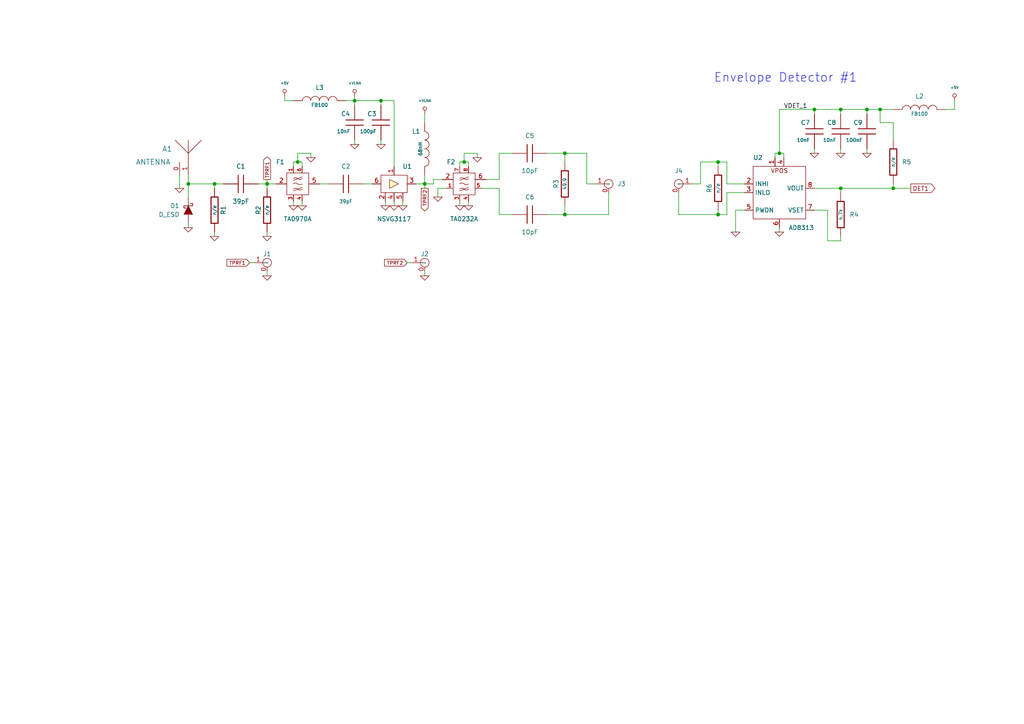
<source format=kicad_sch>
(kicad_sch (version 20230121) (generator eeschema)
  (paper "A4")
  (title_block (title "Cowloc ADS-B (IN) receiver") (date "2024-03-04") (rev "1") (company "Agilack") (comment 1 "License: CC-by-SA"))
  (lib_symbols
    (symbol "cowloc-adsb-i:+5V" (power) (pin_names (offset 0))
      (property "Value" "+5V" (at 0 2.794 0))
      (symbol "+5V_0_0"
        (pin power_in line (at 0 0 90) (length 0) hide (name "+5V") (number "1"))
      )
      (symbol "+5V_0_1"
        (polyline (pts (xy 0 0) (xy 0 1.016) (xy 0 1.016)))
        (circle (center 0 1.524) (radius 0.508))
      )
    )
    (symbol "cowloc-adsb-i:+VLNA" (power) (pin_names (offset 0))
      (property "Value" "+VLNA" (at 0 2.794 0))
      (symbol "+VLNA_0_0"
        (pin power_in line (at 0 0 90) (length 0) hide (name "+VLNA") (number "1"))
      )
      (symbol "+VLNA_0_1"
        (polyline (pts (xy 0 0) (xy 0 1.016) (xy 0 1.016)))
        (circle (center 0 1.524) (radius 0.508))
      )
    )
    (symbol "cowloc-adsb-i:AD8313"
      (property "Reference" "U" (at 6.35 8.89 0))
      (symbol "AD8313_0_1"
        (rectangle (start -7.62 7.62) (end 7.62 -7.62))
        (text "VPOS" (at 0 6.35 0) (effects (font (size 1.27 1.27))))
      )
      (symbol "AD8313_1_1"
        (pin power_in line (at -1.27 10.16 270) (length 2.54) (name "~") (number "1"))
        (pin input line (at -10.16 2.54 0) (length 2.54) (name "INHI") (number "2"))
        (pin input line (at -10.16 0 0) (length 2.54) (name "INLO") (number "3"))
        (pin power_in line (at 1.27 10.16 270) (length 2.54) (name "~") (number "4"))
        (pin input line (at -10.16 -5.08 0) (length 2.54) (name "PWDN") (number "5"))
        (pin power_in line (at 0 -10.16 90) (length 2.54) (name "~") (number "6"))
        (pin input line (at 10.16 -5.08 180) (length 2.54) (name "VSET") (number "7"))
        (pin output line (at 10.16 1.27 180) (length 2.54) (name "VOUT") (number "8"))
      )
    )
    (symbol "cowloc-adsb-i:ANTENNA" (pin_names (offset 1.016))
      (property "Reference" "A" (at 2.54 3.81 0))
      (property "Value" "ANTENNA" (at 0 11.43 0))
      (symbol "ANTENNA_0_1"
        (polyline (pts (xy 0 6.35) (xy 0 10.16)))
        (polyline (pts (xy 0 6.35) (xy 3.81 10.16)))
        (polyline (pts (xy 0 3.81) (xy 0 6.35) (xy 0 6.35)))
        (polyline (pts (xy 0 6.35) (xy -3.81 10.16) (xy -3.81 10.16)))
      )
      (symbol "ANTENNA_1_1"
        (pin input line (at -2.54 0 90) (length 3.81) (name "~") (number "0"))
        (pin input line (at 0 0 90) (length 3.81) (name "~") (number "1"))
      )
    )
    (symbol "cowloc-adsb-i:C" (pin_numbers hide) (pin_names (offset 0.254))
      (property "Reference" "C" (at 1.27 2.54 0))
      (property "Value" "C" (at 1.27 -2.54 0))
      (symbol "C_0_1"
        (polyline (pts (xy -2.54 -0.762) (xy 2.54 -0.762)) (stroke (width 0.254)))
        (polyline (pts (xy -2.54 0.762) (xy 2.54 0.762)) (stroke (width 0.254)))
      )
      (symbol "C_1_1"
        (pin passive line (at 0 5.08 270) (length 4.318) (name "~") (number "1"))
        (pin passive line (at 0 -5.08 90) (length 4.318) (name "~") (number "2"))
      )
    )
    (symbol "cowloc-adsb-i:CONN_RF"
      (property "Reference" "J" (at 0 2.54 0))
      (symbol "CONN_RF_0_1"
        (polyline (pts (xy 0 0) (xy -1.27 0)))
        (circle (center 0 0) (radius 1.27))
      )
      (symbol "CONN_RF_1_1"
        (pin passive line (at 0 -2.54 90) (length 1.27) (name "~") (number "0"))
        (pin passive line (at -3.81 0 0) (length 2.54) (name "~") (number "1"))
      )
    )
    (symbol "cowloc-adsb-i:D_ESD" (pin_numbers hide) (pin_names (offset 1.016) hide)
      (property "Reference" "D" (at 0 2.54 0))
      (property "Value" "D_ESD" (at 0 -2.54 0))
      (symbol "D_ESD_0_1"
        (polyline (pts (xy 1.27 1.27) (xy -1.27 0) (xy 1.27 -1.27)) (fill (type outline)))
        (polyline (pts (xy -1.905 0.635) (xy -1.905 1.27) (xy -1.27 1.27) (xy -1.27 -1.27) (xy -0.635 -1.27) (xy -0.635 -0.635)) (stroke (width 0.2032)))
      )
      (symbol "D_ESD_1_1"
        (pin passive line (at 3.81 0 180) (length 2.54) (name "A") (number "1"))
        (pin passive line (at -3.81 0 0) (length 2.54) (name "K") (number "2"))
      )
    )
    (symbol "cowloc-adsb-i:GND" (power) (pin_names (offset 0))
      (symbol "GND_0_1"
        (polyline (pts (xy -1.27 0) (xy 0 -1.27) (xy 1.27 0) (xy -1.27 0)))
      )
      (symbol "GND_1_1"
        (pin power_in line (at 0 0 90) (length 0) hide (name "GND") (number "1"))
      )
    )
    (symbol "cowloc-adsb-i:INDUCTOR" (pin_numbers hide) (pin_names (offset 1.016) hide)
      (property "Reference" "L" (at -1.27 0 90))
      (property "Value" "INDUCTOR" (at 2.54 0 90))
      (symbol "INDUCTOR_0_1"
        (arc (start 0.0254 -5.0546) (mid 1.245 -3.7973) (end 0.0254 -2.54))
        (arc (start 0.0254 -2.5146) (mid 1.2704 -1.2319) (end 0.0254 0.0508))
        (arc (start 0.0254 0.0254) (mid 1.2704 1.3081) (end 0.0254 2.5908))
        (arc (start 0.0254 2.5654) (mid 1.1942 3.7719) (end 0.0254 4.9784))
      )
      (symbol "INDUCTOR_1_1"
        (pin passive line (at 0 7.62 270) (length 2.54) (name "1") (number "1"))
        (pin passive line (at 0 -7.62 90) (length 2.54) (name "2") (number "2"))
      )
    )
    (symbol "cowloc-adsb-i:NSVG3117"
      (property "Reference" "U" (at 3.81 5.08 0))
      (symbol "NSVG3117_0_1"
        (rectangle (start -3.81 2.54) (end 3.81 -2.54))
        (polyline (pts (xy -1.27 -1.27) (xy -1.27 1.27) (xy 1.27 0) (xy -1.27 -1.27)) (fill (type background)))
      )
      (symbol "NSVG3117_1_1"
        (pin power_in line (at 0 5.08 270) (length 2.54) (name "~") (number "1"))
        (pin power_in line (at -2.54 -5.08 90) (length 2.54) (name "~") (number "2"))
        (pin output line (at 6.35 0 180) (length 2.54) (name "~") (number "3"))
        (pin power_in line (at 0 -5.08 90) (length 2.54) (name "~") (number "4"))
        (pin power_in line (at 2.54 -5.08 90) (length 2.54) (name "~") (number "5"))
        (pin input line (at -6.35 0 0) (length 2.54) (name "~") (number "6"))
      )
    )
    (symbol "cowloc-adsb-i:R" (pin_numbers hide) (pin_names (offset 0))
      (property "Reference" "R" (at 2.032 0 90))
      (property "Value" "R" (at 0 0 90))
      (symbol "R_0_1"
        (rectangle (start -1.016 3.81) (end 1.016 -3.81) (stroke (width 0.3048)))
      )
      (symbol "R_1_1"
        (pin passive line (at 0 6.35 270) (length 2.54) (name "~") (number "1"))
        (pin passive line (at 0 -6.35 90) (length 2.54) (name "~") (number "2"))
      )
    )
    (symbol "cowloc-adsb-i:SAW_sym"
      (property "Reference" "F" (at 3.81 5.08 0))
      (property "Value" "SAW_sym" (at 0 0 0))
      (symbol "SAW_sym_0_1"
        (rectangle (start -3.175 3.175) (end 3.175 -3.175))
        (arc (start 0 -1.524) (mid -0.635 -1.261) (end -1.27 -1.524))
        (arc (start 0 -1.524) (mid 0.635 -1.787) (end 1.27 -1.524))
        (arc (start 0 0) (mid -0.635 0.263) (end -1.27 0))
        (polyline (pts (xy -1.27 -2.032) (xy 1.27 -1.016)))
        (polyline (pts (xy -1.27 1.016) (xy 1.27 2.032)))
        (arc (start 0 0) (mid 0.635 -0.263) (end 1.27 0))
        (arc (start 0 1.524) (mid -0.635 1.787) (end -1.27 1.524))
        (arc (start 0 1.524) (mid 0.635 1.261) (end 1.27 1.524))
      )
      (symbol "SAW_sym_1_1"
        (pin passive line (at -5.08 -1.27 0) (length 1.905) (name "~") (number "1"))
        (pin input line (at -6.35 1.27 0) (length 3.175) (name "~") (number "2"))
        (pin passive line (at -1.27 -5.08 90) (length 1.905) (name "~") (number "3"))
        (pin passive line (at 1.27 -5.08 90) (length 1.905) (name "~") (number "4"))
        (pin passive line (at 5.08 -1.27 180) (length 1.905) (name "~") (number "5"))
        (pin output line (at 6.35 1.27 180) (length 3.175) (name "~") (number "6"))
        (pin passive line (at -1.27 5.08 270) (length 1.905) (name "~") (number "7"))
        (pin passive line (at 1.27 5.08 270) (length 1.905) (name "~") (number "8"))
      )
    )
    (symbol "cowloc-adsb-i:SAW_unsym"
      (property "Reference" "F" (at 3.81 5.08 0))
      (property "Value" "SAW_unsym" (at 8.89 -5.08 0))
      (symbol "SAW_unsym_0_1"
        (rectangle (start -3.175 3.175) (end 3.175 -3.175))
        (arc (start 0 -1.524) (mid -0.635 -1.261) (end -1.27 -1.524))
        (arc (start 0 -1.524) (mid 0.635 -1.787) (end 1.27 -1.524))
        (arc (start 0 0) (mid -0.635 0.263) (end -1.27 0))
        (polyline (pts (xy -1.27 -2.032) (xy 1.27 -1.016)))
        (polyline (pts (xy -1.27 1.016) (xy 1.27 2.032)))
        (arc (start 0 0) (mid 0.635 -0.263) (end 1.27 0))
        (arc (start 0 1.524) (mid -0.635 1.787) (end -1.27 1.524))
        (arc (start 0 1.524) (mid 0.635 1.261) (end 1.27 1.524))
      )
      (symbol "SAW_unsym_1_1"
        (pin passive line (at -1.27 5.08 270) (length 1.905) (name "~") (number "1"))
        (pin input line (at -6.35 0 0) (length 3.175) (name "~") (number "2"))
        (pin passive line (at -1.27 -5.08 90) (length 1.905) (name "~") (number "3"))
        (pin passive line (at 1.27 -5.08 90) (length 1.905) (name "~") (number "4"))
        (pin output line (at 6.35 0 180) (length 3.175) (name "~") (number "5"))
        (pin passive line (at 1.27 5.08 270) (length 1.905) (name "~") (number "6"))
      )
    )
  )
  (junction (at 259.08 54.61))
  (junction (at 62.23 53.34))
  (junction (at 110.49 29.21))
  (junction (at 243.84 54.61))
  (junction (at 251.46 31.75))
  (junction (at 236.22 31.75))
  (junction (at 243.84 31.75))
  (junction (at 208.28 46.99))
  (junction (at 208.28 62.23))
  (junction (at 86.36 46.99))
  (junction (at 163.83 62.23))
  (junction (at 54.61 53.34))
  (junction (at 102.87 29.21))
  (junction (at 255.27 31.75))
  (junction (at 77.47 53.34))
  (junction (at 123.19 53.34))
  (junction (at 226.06 44.45))
  (junction (at 163.83 44.45))
  (junction (at 134.62 46.99))
  (wire (pts (xy 139.7 54.61) (xy 144.78 54.61)))
  (wire (pts (xy 196.85 62.23) (xy 208.28 62.23)))
  (wire (pts (xy 236.22 31.75) (xy 236.22 33.02)))
  (wire (pts (xy 236.22 54.61) (xy 243.84 54.61)))
  (wire (pts (xy 276.86 29.21) (xy 276.86 31.75)))
  (wire (pts (xy 208.28 46.99) (xy 210.82 46.99)))
  (wire (pts (xy 243.84 31.75) (xy 243.84 33.02)))
  (wire (pts (xy 144.78 54.61) (xy 144.78 62.23)))
  (wire (pts (xy 255.27 31.75) (xy 259.08 31.75)))
  (wire (pts (xy 114.3 29.21) (xy 114.3 48.26)))
  (wire (pts (xy 172.72 53.34) (xy 170.18 53.34)))
  (wire (pts (xy 82.55 27.94) (xy 82.55 29.21)))
  (wire (pts (xy 123.19 53.34) (xy 123.19 50.8)))
  (wire (pts (xy 251.46 43.18) (xy 251.46 44.45)))
  (wire (pts (xy 226.06 66.04) (xy 226.06 67.31)))
  (wire (pts (xy 90.17 45.72) (xy 90.17 44.45)))
  (wire (pts (xy 200.66 53.34) (xy 203.2 53.34)))
  (wire (pts (xy 102.87 40.64) (xy 102.87 41.91)))
  (wire (pts (xy 134.62 46.99) (xy 133.35 46.99)))
  (wire (pts (xy 135.89 48.26) (xy 135.89 46.99)))
  (wire (pts (xy 118.11 76.2) (xy 119.38 76.2)))
  (wire (pts (xy 224.79 44.45) (xy 226.06 44.45)))
  (wire (pts (xy 203.2 46.99) (xy 208.28 46.99)))
  (wire (pts (xy 123.19 53.34) (xy 125.73 53.34)))
  (wire (pts (xy 196.85 55.88) (xy 196.85 62.23)))
  (wire (pts (xy 251.46 31.75) (xy 255.27 31.75)))
  (wire (pts (xy 85.09 58.42) (xy 85.09 59.69)))
  (wire (pts (xy 226.06 44.45) (xy 227.33 44.45)))
  (wire (pts (xy 133.35 58.42) (xy 133.35 59.69)))
  (wire (pts (xy 240.03 69.85) (xy 243.84 69.85)))
  (wire (pts (xy 210.82 46.99) (xy 210.82 53.34)))
  (wire (pts (xy 120.65 53.34) (xy 123.19 53.34)))
  (wire (pts (xy 276.86 31.75) (xy 274.32 31.75)))
  (wire (pts (xy 134.62 44.45) (xy 134.62 46.99)))
  (wire (pts (xy 52.07 50.8) (xy 52.07 54.61)))
  (wire (pts (xy 226.06 31.75) (xy 236.22 31.75)))
  (wire (pts (xy 105.41 53.34) (xy 107.95 53.34)))
  (wire (pts (xy 210.82 53.34) (xy 215.9 53.34)))
  (wire (pts (xy 114.3 29.21) (xy 110.49 29.21)))
  (wire (pts (xy 176.53 62.23) (xy 176.53 55.88)))
  (wire (pts (xy 102.87 29.21) (xy 102.87 30.48)))
  (wire (pts (xy 259.08 54.61) (xy 259.08 53.34)))
  (wire (pts (xy 110.49 29.21) (xy 110.49 30.48)))
  (wire (pts (xy 170.18 53.34) (xy 170.18 44.45)))
  (wire (pts (xy 54.61 64.77) (xy 54.61 66.04)))
  (wire (pts (xy 116.84 58.42) (xy 116.84 59.69)))
  (wire (pts (xy 74.93 53.34) (xy 77.47 53.34)))
  (wire (pts (xy 86.36 46.99) (xy 85.09 46.99)))
  (wire (pts (xy 127 57.15) (xy 127 54.61)))
  (wire (pts (xy 135.89 58.42) (xy 135.89 59.69)))
  (wire (pts (xy 243.84 31.75) (xy 251.46 31.75)))
  (wire (pts (xy 210.82 62.23) (xy 208.28 62.23)))
  (wire (pts (xy 203.2 53.34) (xy 203.2 46.99)))
  (wire (pts (xy 62.23 53.34) (xy 62.23 54.61)))
  (wire (pts (xy 62.23 67.31) (xy 62.23 68.58)))
  (wire (pts (xy 125.73 52.07) (xy 128.27 52.07)))
  (wire (pts (xy 62.23 53.34) (xy 64.77 53.34)))
  (wire (pts (xy 127 54.61) (xy 129.54 54.61)))
  (wire (pts (xy 138.43 44.45) (xy 134.62 44.45)))
  (wire (pts (xy 158.75 62.23) (xy 163.83 62.23)))
  (wire (pts (xy 138.43 45.72) (xy 138.43 44.45)))
  (wire (pts (xy 208.28 48.26) (xy 208.28 46.99)))
  (wire (pts (xy 90.17 44.45) (xy 86.36 44.45)))
  (wire (pts (xy 236.22 31.75) (xy 243.84 31.75)))
  (wire (pts (xy 77.47 78.74) (xy 77.47 80.01)))
  (wire (pts (xy 110.49 40.64) (xy 110.49 41.91)))
  (wire (pts (xy 227.33 44.45) (xy 227.33 45.72)))
  (wire (pts (xy 236.22 60.96) (xy 240.03 60.96)))
  (wire (pts (xy 123.19 33.02) (xy 123.19 35.56)))
  (wire (pts (xy 163.83 44.45) (xy 163.83 46.99)))
  (wire (pts (xy 213.36 60.96) (xy 213.36 67.31)))
  (wire (pts (xy 82.55 29.21) (xy 85.09 29.21)))
  (wire (pts (xy 240.03 60.96) (xy 240.03 69.85)))
  (wire (pts (xy 77.47 67.31) (xy 77.47 68.58)))
  (wire (pts (xy 87.63 48.26) (xy 87.63 46.99)))
  (wire (pts (xy 77.47 53.34) (xy 80.01 53.34)))
  (wire (pts (xy 170.18 44.45) (xy 163.83 44.45)))
  (wire (pts (xy 86.36 46.99) (xy 87.63 46.99)))
  (wire (pts (xy 144.78 44.45) (xy 144.78 52.07)))
  (wire (pts (xy 125.73 53.34) (xy 125.73 52.07)))
  (wire (pts (xy 77.47 53.34) (xy 77.47 54.61)))
  (wire (pts (xy 255.27 31.75) (xy 255.27 35.56)))
  (wire (pts (xy 134.62 46.99) (xy 135.89 46.99)))
  (wire (pts (xy 144.78 62.23) (xy 148.59 62.23)))
  (wire (pts (xy 102.87 27.94) (xy 102.87 29.21)))
  (wire (pts (xy 92.71 53.34) (xy 95.25 53.34)))
  (wire (pts (xy 243.84 54.61) (xy 243.84 55.88)))
  (wire (pts (xy 85.09 46.99) (xy 85.09 48.26)))
  (wire (pts (xy 110.49 29.21) (xy 102.87 29.21)))
  (wire (pts (xy 251.46 33.02) (xy 251.46 31.75)))
  (wire (pts (xy 255.27 35.56) (xy 259.08 35.56)))
  (wire (pts (xy 224.79 45.72) (xy 224.79 44.45)))
  (wire (pts (xy 77.47 52.07) (xy 77.47 53.34)))
  (wire (pts (xy 243.84 69.85) (xy 243.84 68.58)))
  (wire (pts (xy 123.19 78.74) (xy 123.19 80.01)))
  (wire (pts (xy 259.08 35.56) (xy 259.08 40.64)))
  (wire (pts (xy 243.84 54.61) (xy 259.08 54.61)))
  (wire (pts (xy 54.61 50.8) (xy 54.61 53.34)))
  (wire (pts (xy 72.39 76.2) (xy 73.66 76.2)))
  (wire (pts (xy 158.75 44.45) (xy 163.83 44.45)))
  (wire (pts (xy 163.83 62.23) (xy 176.53 62.23)))
  (wire (pts (xy 54.61 53.34) (xy 62.23 53.34)))
  (wire (pts (xy 123.19 53.34) (xy 123.19 54.61)))
  (wire (pts (xy 208.28 62.23) (xy 208.28 60.96)))
  (wire (pts (xy 226.06 44.45) (xy 226.06 31.75)))
  (wire (pts (xy 133.35 46.99) (xy 133.35 48.26)))
  (wire (pts (xy 140.97 52.07) (xy 144.78 52.07)))
  (wire (pts (xy 87.63 58.42) (xy 87.63 59.69)))
  (wire (pts (xy 86.36 44.45) (xy 86.36 46.99)))
  (wire (pts (xy 243.84 43.18) (xy 243.84 44.45)))
  (wire (pts (xy 210.82 55.88) (xy 210.82 62.23)))
  (wire (pts (xy 163.83 62.23) (xy 163.83 59.69)))
  (wire (pts (xy 144.78 44.45) (xy 148.59 44.45)))
  (wire (pts (xy 54.61 53.34) (xy 54.61 57.15)))
  (wire (pts (xy 114.3 58.42) (xy 114.3 59.69)))
  (wire (pts (xy 215.9 55.88) (xy 210.82 55.88)))
  (wire (pts (xy 111.76 58.42) (xy 111.76 59.69)))
  (wire (pts (xy 236.22 43.18) (xy 236.22 44.45)))
  (wire (pts (xy 259.08 54.61) (xy 264.16 54.61)))
  (wire (pts (xy 213.36 60.96) (xy 215.9 60.96)))
  (wire (pts (xy 100.33 29.21) (xy 102.87 29.21)))
  (text "Envelope Detector #1" (at 207.01 24.13 0) (effects (font (size 2.54 2.54)) (justify left bottom)))
  (label "VDET_1" (at 227.33 31.75 0))
  (global_label "TPRF1" (shape output) (at 77.47 52.07 90) (effects (font (size 1.016 1.016))) (property "Intersheetrefs" "${INTERSHEET_REFS}" (effects hide)))
  (global_label "TPRF1" (shape input) (at 72.39 76.2 180) (effects (font (size 1.016 1.016))) (property "Intersheetrefs" "${INTERSHEET_REFS}" (effects hide)))
  (global_label "DET1" (shape output) (at 264.16 54.61 0) (property "Intersheetrefs" "${INTERSHEET_REFS}" (effects hide)))
  (global_label "TPRF2" (shape output) (at 123.19 54.61 270) (effects (font (size 1.016 1.016))) (property "Intersheetrefs" "${INTERSHEET_REFS}" (effects hide)))
  (global_label "TPRF2" (shape input) (at 118.11 76.2 180) (effects (font (size 1.016 1.016))) (property "Intersheetrefs" "${INTERSHEET_REFS}" (effects hide)))
  (symbol (lib_id "cowloc-adsb-i:GND") (at 138.43 45.72 0) (unit 1)
    (property "Reference" "#PWR04" (effects hide))
    (property "Value" "GND" (effects hide))
  )
  (symbol (lib_id "cowloc-adsb-i:R") (at 77.47 60.96 0) (unit 1)
    (property "Reference" "R2" (at 74.93 60.96 90))
    (property "Value" "n/e" (at 77.47 60.96 90) (effects (font (size 1.016 1.016))))
    (property "Footprint" "cowloc-adsb-i:SMD0603" (effects hide))
  )
  (symbol (lib_id "cowloc-adsb-i:C") (at 251.46 38.1 0) (unit 1)
    (property "Reference" "C9" (at 250.19 35.56 0) (effects (justify right)))
    (property "Value" "100nF" (at 250.19 40.64 0) (effects (font (size 1.016 1.016)) (justify right)))
    (property "Footprint" "cowloc-adsb-i:SMD0603" (effects hide))
  )
  (symbol (lib_id "cowloc-adsb-i:INDUCTOR") (at 123.19 43.18 0) (unit 1)
    (property "Reference" "L1" (at 121.92 38.1 0) (effects (justify right)))
    (property "Value" "68nH" (at 121.92 43.18 90) (effects (font (size 1.016 1.016))))
    (property "Footprint" "cowloc-adsb-i:SMD0805" (effects hide))
  )
  (symbol (lib_id "cowloc-adsb-i:INDUCTOR") (at 266.7 31.75 90) (unit 1)
    (property "Reference" "L2" (at 266.7 27.94 90))
    (property "Value" "FB100" (at 266.7 33.02 90) (effects (font (size 1.016 1.016))))
    (property "Footprint" "cowloc-adsb-i:SMD0603" (effects hide))
  )
  (symbol (lib_id "cowloc-adsb-i:GND") (at 116.84 59.69 0) (unit 1)
    (property "Reference" "#PWR013" (effects hide))
    (property "Value" "GND" (effects hide))
  )
  (symbol (lib_id "cowloc-adsb-i:CONN_RF") (at 77.47 76.2 0) (unit 1)
    (property "Reference" "J1" (at 77.47 73.66 0))
    (property "Value" "~" (at 77.47 76.2 0))
    (property "Footprint" "cowloc-adsb-i:CONN_UFL-R-SMT-1" (effects hide))
  )
  (symbol (lib_id "cowloc-adsb-i:R") (at 163.83 53.34 0) (unit 1)
    (property "Reference" "R3" (at 161.29 53.34 90))
    (property "Value" "49.9" (at 163.83 53.34 90) (effects (font (size 1.016 1.016))))
    (property "Footprint" "cowloc-adsb-i:SMD0603" (effects hide))
  )
  (symbol (lib_id "cowloc-adsb-i:CONN_RF") (at 176.53 53.34 0) (unit 1)
    (property "Reference" "J3" (at 179.07 53.34 0) (effects (justify left)))
    (property "Value" "~" (at 176.53 53.34 0))
    (property "Footprint" "cowloc-adsb-i:CONN_UFL-R-SMT-1" (effects hide))
  )
  (symbol (lib_id "cowloc-adsb-i:GND") (at 135.89 59.69 0) (unit 1)
    (property "Reference" "#PWR03" (effects hide))
    (property "Value" "GND" (effects hide))
  )
  (symbol (lib_id "cowloc-adsb-i:GND") (at 77.47 80.01 0) (unit 1)
    (property "Reference" "#PWR019" (effects hide))
    (property "Value" "GND" (effects hide))
  )
  (symbol (lib_id "cowloc-adsb-i:SAW_sym") (at 134.62 53.34 0) (unit 1)
    (property "Reference" "F2" (at 130.81 46.99 0))
    (property "Value" "TA0232A" (at 134.62 63.5 0))
    (property "Footprint" "cowloc-adsb-i:FLT_3x8" (effects hide))
  )
  (symbol (lib_id "cowloc-adsb-i:C") (at 236.22 38.1 0) (unit 1)
    (property "Reference" "C7" (at 234.95 35.56 0) (effects (justify right)))
    (property "Value" "10nF" (at 234.95 40.64 0) (effects (font (size 1.016 1.016)) (justify right)))
    (property "Footprint" "cowloc-adsb-i:SMD0603" (effects hide))
  )
  (symbol (lib_id "cowloc-adsb-i:+5V") (at 82.55 27.94 0) (unit 1)
    (property "Reference" "#PWR027" (effects hide))
    (property "Value" "+5V" (at 82.55 24.13 0) (effects (font (size 0.762 0.762))))
  )
  (symbol (lib_id "cowloc-adsb-i:SAW_unsym") (at 86.36 53.34 0) (unit 1)
    (property "Reference" "F1" (at 81.28 46.99 0))
    (property "Value" "TA0970A" (at 86.36 63.5 0))
    (property "Footprint" "cowloc-adsb-i:FLT_6" (effects hide))
  )
  (symbol (lib_id "cowloc-adsb-i:C") (at 100.33 53.34 90) (unit 1)
    (property "Reference" "C2" (at 100.33 48.26 90))
    (property "Value" "39pF" (at 100.33 58.42 90) (effects (font (size 1.016 1.016))))
    (property "Footprint" "cowloc-adsb-i:SMD0603" (effects hide))
  )
  (symbol (lib_id "cowloc-adsb-i:GND") (at 236.22 44.45 0) (unit 1)
    (property "Reference" "#PWR024" (effects hide))
    (property "Value" "GND" (effects hide))
  )
  (symbol (lib_id "cowloc-adsb-i:R") (at 62.23 60.96 0) (unit 1)
    (property "Reference" "R1" (at 64.77 60.96 90))
    (property "Value" "n/e" (at 62.23 60.96 90) (effects (font (size 1.016 1.016))))
    (property "Footprint" "cowloc-adsb-i:SMD0603" (effects hide))
  )
  (symbol (lib_id "cowloc-adsb-i:CONN_RF") (at 196.85 53.34 0) (mirror y) (unit 1)
    (property "Reference" "J4" (at 196.85 49.53 0))
    (property "Value" "~" (at 196.85 53.34 0))
    (property "Footprint" "cowloc-adsb-i:CONN_UFL-R-SMT-1" (effects hide))
  )
  (symbol (lib_id "cowloc-adsb-i:AD8313") (at 226.06 55.88 0) (unit 1)
    (property "Reference" "U2" (at 218.44 45.72 0) (effects (justify left)))
    (property "Value" "AD8313" (at 232.41 66.04 0))
    (property "Footprint" "cowloc-adsb-i:MSOP-8" (effects hide))
  )
  (symbol (lib_id "cowloc-adsb-i:GND") (at 226.06 67.31 0) (unit 1)
    (property "Reference" "#PWR022" (effects hide))
    (property "Value" "GND" (effects hide))
  )
  (symbol (lib_id "cowloc-adsb-i:GND") (at 213.36 67.31 0) (unit 1)
    (property "Reference" "#PWR021" (effects hide))
    (property "Value" "GND" (effects hide))
  )
  (symbol (lib_id "cowloc-adsb-i:R") (at 208.28 54.61 0) (unit 1)
    (property "Reference" "R6" (at 205.74 54.61 90))
    (property "Value" "n/e" (at 208.28 54.61 90) (effects (font (size 1.016 1.016))))
    (property "Footprint" "cowloc-adsb-i:SMD0603" (effects hide))
  )
  (symbol (lib_id "cowloc-adsb-i:GND") (at 123.19 80.01 0) (unit 1)
    (property "Reference" "#PWR020" (effects hide))
    (property "Value" "GND" (effects hide))
  )
  (symbol (lib_id "cowloc-adsb-i:+VLNA") (at 123.19 33.02 0) (unit 1)
    (property "Reference" "#PWR018" (effects hide))
    (property "Value" "+VLNA" (at 123.19 29.21 0) (effects (font (size 0.762 0.762))))
  )
  (symbol (lib_id "cowloc-adsb-i:GND") (at 85.09 59.69 0) (unit 1)
    (property "Reference" "#PWR05" (effects hide))
    (property "Value" "GND" (effects hide))
  )
  (symbol (lib_id "cowloc-adsb-i:C") (at 69.85 53.34 90) (unit 1)
    (property "Reference" "C1" (at 69.85 48.26 90))
    (property "Value" "39pF" (at 69.85 58.42 90))
    (property "Footprint" "cowloc-adsb-i:SMD0603" (effects hide))
  )
  (symbol (lib_id "cowloc-adsb-i:GND") (at 111.76 59.69 0) (unit 1)
    (property "Reference" "#PWR011" (effects hide))
    (property "Value" "GND" (effects hide))
  )
  (symbol (lib_id "cowloc-adsb-i:GND") (at 54.61 66.04 0) (unit 1)
    (property "Reference" "#PWR08" (effects hide))
    (property "Value" "GND" (effects hide))
  )
  (symbol (lib_id "cowloc-adsb-i:ANTENNA") (at 54.61 50.8 0) (unit 1)
    (property "Reference" "A1" (at 46.99 43.18 0) (effects (font (size 1.524 1.524)) (justify left)))
    (property "Value" "ANTENNA" (at 49.53 46.99 0) (effects (font (size 1.524 1.524)) (justify right)))
    (property "Footprint" "cowloc-adsb-i:CONN_SMA_RA" (effects hide))
  )
  (symbol (lib_id "cowloc-adsb-i:GND") (at 87.63 59.69 0) (unit 1)
    (property "Reference" "#PWR06" (effects hide))
    (property "Value" "GND" (effects hide))
  )
  (symbol (lib_id "cowloc-adsb-i:GND") (at 127 57.15 0) (unit 1)
    (property "Reference" "#PWR016" (effects hide))
    (property "Value" "GND" (effects hide))
  )
  (symbol (lib_id "cowloc-adsb-i:C") (at 153.67 62.23 90) (unit 1)
    (property "Reference" "C6" (at 153.67 57.15 90))
    (property "Value" "10pF" (at 153.67 67.31 90))
    (property "Footprint" "cowloc-adsb-i:SMD0603" (effects hide))
  )
  (symbol (lib_id "cowloc-adsb-i:GND") (at 110.49 41.91 0) (unit 1)
    (property "Reference" "#PWR015" (effects hide))
    (property "Value" "GND" (effects hide))
  )
  (symbol (lib_id "cowloc-adsb-i:GND") (at 77.47 68.58 0) (unit 1)
    (property "Reference" "#PWR010" (effects hide))
    (property "Value" "GND" (effects hide))
  )
  (symbol (lib_id "cowloc-adsb-i:C") (at 110.49 35.56 0) (unit 1)
    (property "Reference" "C3" (at 109.22 33.02 0) (effects (justify right)))
    (property "Value" "100pF" (at 109.22 38.1 0) (effects (font (size 1.016 1.016)) (justify right)))
    (property "Footprint" "cowloc-adsb-i:SMD0603" (effects hide))
  )
  (symbol (lib_id "cowloc-adsb-i:C") (at 102.87 35.56 0) (unit 1)
    (property "Reference" "C4" (at 101.6 33.02 0) (effects (justify right)))
    (property "Value" "10nF" (at 101.6 38.1 0) (effects (font (size 1.016 1.016)) (justify right)))
    (property "Footprint" "cowloc-adsb-i:SMD0603" (effects hide))
  )
  (symbol (lib_id "cowloc-adsb-i:D_ESD") (at 54.61 60.96 270) (unit 1)
    (property "Reference" "D1" (at 52.07 59.69 90) (effects (justify right)))
    (property "Value" "D_ESD" (at 52.07 62.23 90) (effects (justify right)))
    (property "Footprint" "cowloc-adsb-i:SOD-123" (effects hide))
    (property "Manufacturer" "Comchip" (effects hide))
    (property "Manuf Ref" "ATV02W5V0B" (effects hide))
  )
  (symbol (lib_id "cowloc-adsb-i:GND") (at 90.17 45.72 0) (unit 1)
    (property "Reference" "#PWR07" (effects hide))
    (property "Value" "GND" (effects hide))
  )
  (symbol (lib_id "cowloc-adsb-i:NSVG3117") (at 114.3 53.34 0) (unit 1)
    (property "Reference" "U1" (at 118.11 48.26 0))
    (property "Value" "NSVG3117" (at 114.3 63.5 0))
    (property "Footprint" "cowloc-adsb-i:SC88" (effects hide))
  )
  (symbol (lib_id "cowloc-adsb-i:+VLNA") (at 102.87 27.94 0) (unit 1)
    (property "Reference" "#PWR014" (effects hide))
    (property "Value" "+VLNA" (at 102.87 24.13 0) (effects (font (size 0.762 0.762))))
  )
  (symbol (lib_id "cowloc-adsb-i:GND") (at 251.46 44.45 0) (unit 1)
    (property "Reference" "#PWR026" (effects hide))
    (property "Value" "GND" (effects hide))
  )
  (symbol (lib_id "cowloc-adsb-i:GND") (at 62.23 68.58 0) (unit 1)
    (property "Reference" "#PWR09" (effects hide))
    (property "Value" "GND" (effects hide))
  )
  (symbol (lib_id "cowloc-adsb-i:C") (at 153.67 44.45 90) (unit 1)
    (property "Reference" "C5" (at 153.67 39.37 90))
    (property "Value" "10pF" (at 153.67 49.53 90))
    (property "Footprint" "cowloc-adsb-i:SMD0603" (effects hide))
  )
  (symbol (lib_id "cowloc-adsb-i:R") (at 259.08 46.99 0) (unit 1)
    (property "Reference" "R5" (at 261.62 46.99 0) (effects (justify left)))
    (property "Value" "n/e" (at 259.08 46.99 90) (effects (font (size 1.016 1.016))))
    (property "Footprint" "cowloc-adsb-i:SMD0603" (effects hide))
  )
  (symbol (lib_id "cowloc-adsb-i:+5V") (at 276.86 29.21 0) (unit 1)
    (property "Reference" "#PWR023" (effects hide))
    (property "Value" "+5V" (at 276.86 25.4 0) (effects (font (size 0.762 0.762))))
  )
  (symbol (lib_id "cowloc-adsb-i:GND") (at 52.07 54.61 0) (unit 1)
    (property "Reference" "#PWR01" (effects hide))
    (property "Value" "GND" (effects hide))
  )
  (symbol (lib_id "cowloc-adsb-i:C") (at 243.84 38.1 0) (unit 1)
    (property "Reference" "C8" (at 242.57 35.56 0) (effects (justify right)))
    (property "Value" "10nF" (at 242.57 40.64 0) (effects (font (size 1.016 1.016)) (justify right)))
    (property "Footprint" "cowloc-adsb-i:SMD0603" (effects hide))
  )
  (symbol (lib_id "cowloc-adsb-i:GND") (at 133.35 59.69 0) (unit 1)
    (property "Reference" "#PWR02" (effects hide))
    (property "Value" "GND" (effects hide))
  )
  (symbol (lib_id "cowloc-adsb-i:R") (at 243.84 62.23 0) (unit 1)
    (property "Reference" "R4" (at 246.38 62.23 0) (effects (justify left)))
    (property "Value" "4,7k" (at 243.84 62.23 90) (effects (font (size 1.016 1.016))))
    (property "Footprint" "cowloc-adsb-i:SMD0603" (effects hide))
  )
  (symbol (lib_id "cowloc-adsb-i:CONN_RF") (at 123.19 76.2 0) (unit 1)
    (property "Reference" "J2" (at 123.19 73.66 0))
    (property "Value" "~" (at 123.19 76.2 0))
    (property "Footprint" "cowloc-adsb-i:CONN_UFL-R-SMT-1" (effects hide))
  )
  (symbol (lib_id "cowloc-adsb-i:GND") (at 114.3 59.69 0) (unit 1)
    (property "Reference" "#PWR012" (effects hide))
    (property "Value" "GND" (effects hide))
  )
  (symbol (lib_id "cowloc-adsb-i:GND") (at 102.87 41.91 0) (unit 1)
    (property "Reference" "#PWR017" (effects hide))
    (property "Value" "GND" (effects hide))
  )
  (symbol (lib_id "cowloc-adsb-i:GND") (at 243.84 44.45 0) (unit 1)
    (property "Reference" "#PWR025" (effects hide))
    (property "Value" "GND" (effects hide))
  )
  (symbol (lib_id "cowloc-adsb-i:INDUCTOR") (at 92.71 29.21 90) (unit 1)
    (property "Reference" "L3" (at 92.71 25.4 90))
    (property "Value" "FB100" (at 92.71 30.48 90) (effects (font (size 1.016 1.016))))
    (property "Footprint" "cowloc-adsb-i:SMD0603" (effects hide))
  )
)
</source>
